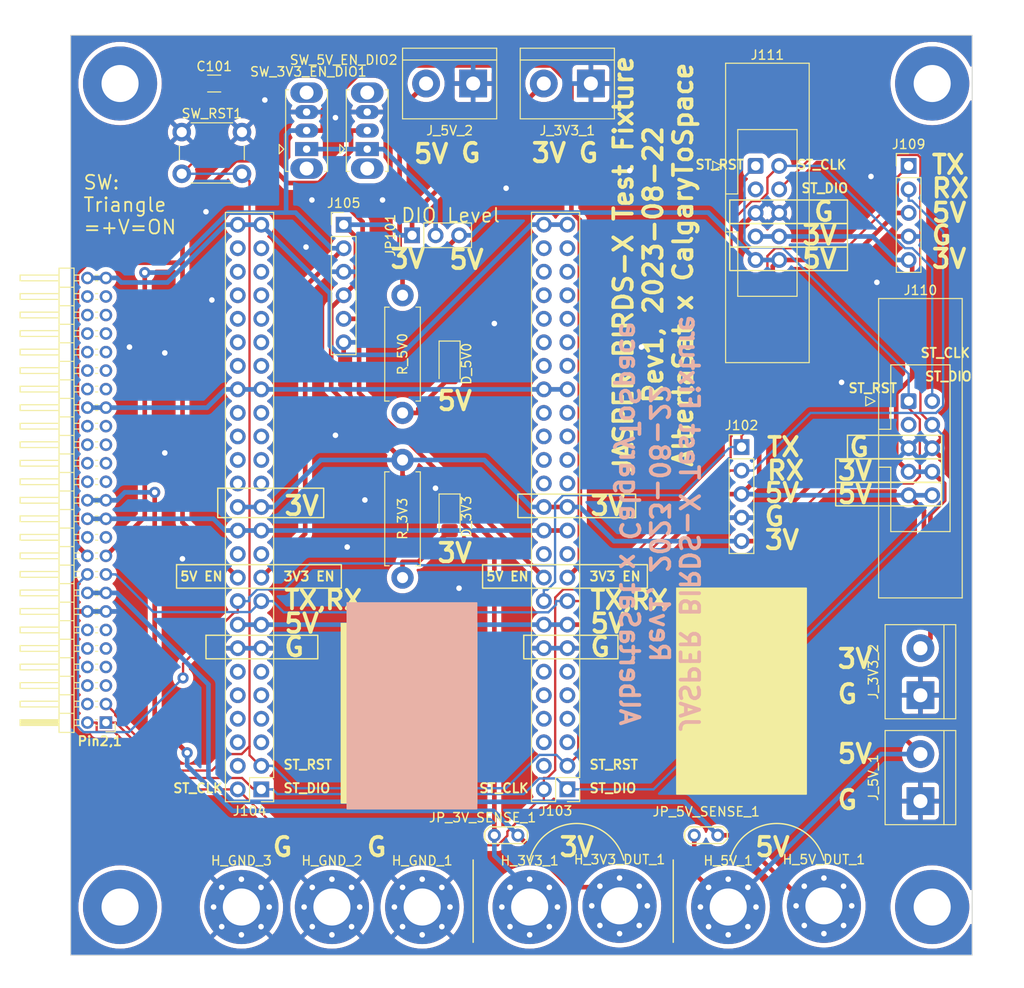
<source format=kicad_pcb>
(kicad_pcb (version 20221018) (generator pcbnew)
  (layers (0 "F.Cu" signal) (31 "B.Cu" signal) (34 "B.Paste" user) (35 "F.Paste" user) (36 "B.SilkS" user "B.Silkscreen") (37 "F.SilkS" user "F.Silkscreen") (38 "B.Mask" user) (39 "F.Mask" user) (44 "Edge.Cuts" user))
  (net 0 "")
  (net 1 "ST_RST")
  (net 2 "GND")
  (net 3 "SUP_3V3_2")
  (net 4 "SUP_5V0")
  (net 5 "ST_SWDIO")
  (net 6 "ST_SWDCLK")
  (net 16 "/UART_RX_BOSS_TO_JASPER")
  (net 17 "/UART_TX_JASPER_TO_BOSS")
  (net 18 "DIO1_3V3_EN_FROM_BOSS")
  (net 19 "DIO2_5V_EN_FROM_BOSS")
  (net 22 "SUP_UNREG_1")
  (net 31 "SUP_UNREG_2")
  (net 44 "SUP_3V3_1")
  (net 109 "Net-(JP101-C)")
  (net 110 "Net-(D_3V3-A)")
  (net 111 "Net-(D_5V0-A)")
  (net 112 "/3V3_DUT")
  (net 113 "/5V_DUT")
  (footprint "Button_Switch_THT:SW_PUSH_6mm" (layer "F.Cu") (at 88.19 48.55)
    (fp_text reference "SW_RST1")
    (fp_text value "SW_Push")
  )
  (footprint "MountingHole:MountingHole_4mm_Pad_Via" (layer "F.Cu") (at 94.6253 132.207)
    (fp_text reference "H_GND_3")
    (fp_text value "MountingHole_Pad")
  )
  (footprint "Button_Switch_THT:SW_Slide_1P2T_CK_OS102011MS2Q" (layer "F.Cu") (at 108.204 50.387 90)
    (fp_text reference "SW_5V_EN_DIO2")
    (fp_text value "SW_SPDT")
  )
  (footprint "Connector_PinHeader_2.54mm:PinHeader_2x25_P2.54mm_Vertical" (layer "F.Cu") (at 96.774 119.507 180)
    (fp_text reference "J104")
    (fp_text value "~")
  )
  (footprint "TerminalBlock:TerminalBlock_bornier-2_P5.08mm" (layer "F.Cu") (at 119.634 43.307 180)
    (fp_text reference "J_5V_2")
    (fp_text value "Screw_Terminal_01x02")
  )
  (footprint "Connector_PinHeader_2.54mm:PinHeader_1x05_P2.54mm_Vertical" (layer "F.Cu") (at 148.59 82.55)
    (fp_text reference "J102")
    (fp_text value "Conn_01x05")
  )
  (footprint "TestPoint:TestPoint_2Pads_Pitch2.54mm_Drill0.8mm" (layer "F.Cu") (at 124.46 124.46 180)
    (fp_text reference "JP_3V_SENSE_1")
    (fp_text value "Jumper_2_Bridged")
  )
  (footprint "MountingHole:MountingHole_4mm_Pad_Via" (layer "F.Cu") (at 104.394 132.207)
    (fp_text reference "H_GND_2")
    (fp_text value "MountingHole_Pad")
  )
  (footprint "MountingHole:MountingHole_4mm_Pad_Via" (layer "F.Cu") (at 135.43 132.08)
    (fp_text reference "H_3V3_DUT_1")
    (fp_text value "MountingHole_Pad")
  )
  (footprint "Connector_PinHeader_2.54mm:PinHeader_2x25_P2.54mm_Vertical" (layer "F.Cu") (at 129.799 119.502 180)
    (fp_text reference "J103")
    (fp_text value "~")
  )
  (footprint "Resistor_THT:R_Axial_DIN0411_L9.9mm_D3.6mm_P12.70mm_Horizontal" (layer "F.Cu") (at 112.014 83.947 -90)
    (fp_text reference "R_3V3")
    (fp_text value "1k")
  )
  (footprint "LED_SMD:LED_1206_3216Metric_Pad1.42x1.75mm_HandSolder" (layer "F.Cu") (at 117.094 90.0795 -90)
    (fp_text reference "D_3V3")
    (fp_text value "LED")
  )
  (footprint "MountingHole:MountingHole_4mm_Pad_Via" (layer "F.Cu") (at 147.1553 132.207)
    (fp_text reference "H_5V_1")
    (fp_text value "MountingHole_Pad")
  )
  (footprint "Connector_PinHeader_2.54mm:PinHeader_1x05_P2.54mm_Vertical" (layer "F.Cu") (at 166.624 52.197)
    (fp_text reference "J109")
    (fp_text value "Conn_01x05")
  )
  (footprint "Resistor_THT:R_Axial_DIN0411_L9.9mm_D3.6mm_P12.70mm_Horizontal" (layer "F.Cu") (at 112.014 66.167 -90)
    (fp_text reference "R_5V0")
    (fp_text value "2.2k")
  )
  (footprint "Connector_IDC:IDC-Header_2x05_P2.54mm_Latch_Vertical" (layer "F.Cu") (at 166.624 77.597)
    (fp_text reference "J110")
    (fp_text value "Conn_02x05_Odd_Even")
  )
  (footprint "LED_SMD:LED_1206_3216Metric_Pad1.42x1.75mm_HandSolder" (layer "F.Cu") (at 117.094 73.5695 -90)
    (fp_text reference "D_5V0")
    (fp_text value "LED")
  )
  (footprint "MountingHole:MountingHole_4mm_Pad_Via" (layer "F.Cu") (at 114.1353 132.207)
    (fp_text reference "H_GND_1")
    (fp_text value "MountingHole_Pad")
  )
  (footprint "Button_Switch_THT:SW_Slide_1P2T_CK_OS102011MS2Q" (layer "F.Cu") (at 101.664 50.387 90)
    (fp_text reference "SW_3V3_EN_DIO1")
    (fp_text value "SW_SPDT")
  )
  (footprint "TestPoint:TestPoint_2Pads_Pitch2.54mm_Drill0.8mm" (layer "F.Cu") (at 146.03 124.46 180)
    (fp_text reference "JP_5V_SENSE_1")
    (fp_text value "Jumper_2_Bridged")
  )
  (footprint "TerminalBlock:TerminalBlock_bornier-2_P5.08mm" (layer "F.Cu") (at 167.894 109.347 90)
    (fp_text reference "J_3V3_2")
    (fp_text value "Screw_Terminal_01x02")
  )
  (footprint "Connector_PinHeader_2.54mm:PinHeader_1x03_P2.54mm_Vertical" (layer "F.Cu") (at 113.045 59.69 90)
    (fp_text reference "JP101")
    (fp_text value "Jumper_3_Open")
  )
  (footprint "MountingHole:MountingHole_4mm_Pad" (layer "F.Cu") (at 81.534 132.207)
    (fp_text reference "H2" hide)
    (fp_text value "MountingHole")
  )
  (footprint "Connector_IDC:IDC-Header_2x05_P2.54mm_Latch_Vertical" (layer "F.Cu") (at 150.114 52.197)
    (fp_text reference "J111")
    (fp_text value "Conn_02x05_Odd_Even")
  )
  (footprint "Connector_PinHeader_2.54mm:PinHeader_1x06_P2.54mm_Vertical" (layer "F.Cu") (at 105.664 58.547)
    (fp_text reference "J105")
    (fp_text value "Conn_01x06")
  )
  (footprint "MountingHole:MountingHole_4mm_Pad" (layer "F.Cu") (at 169.164 43.307)
    (fp_text reference "H4" hide)
    (fp_text value "MountingHole")
  )
  (footprint "Capacitor_SMD:C_1206_3216Metric_Pad1.33x1.80mm_HandSolder" (layer "F.Cu") (at 91.694 43.307)
    (fp_text reference "C101")
    (fp_text value "100n")
  )
  (footprint "Connector_PinHeader_2.00mm:PinHeader_2x25_P2.00mm_Horizontal" (layer "F.Cu") (at 80.01 112.297 180)
    (fp_text reference "J101" hide)
    (fp_text value "LPC-50M2LG")
  )
  (footprint "TerminalBlock:TerminalBlock_bornier-2_P5.08mm" (layer "F.Cu") (at 132.334 43.307 180)
    (fp_text reference "J_3V3_1")
    (fp_text value "Screw_Terminal_01x02")
  )
  (footprint "TerminalBlock:TerminalBlock_bornier-2_P5.08mm" (layer "F.Cu") (at 167.894 120.777 90)
    (fp_text reference "J_5V_1")
    (fp_text value "Screw_Terminal_01x02")
  )
  (footprint "MountingHole:MountingHole_4mm_Pad" (layer "F.Cu") (at 81.534 43.307)
    (fp_text reference "H1" hide)
    (fp_text value "MountingHole")
  )
  (footprint "MountingHole:MountingHole_4mm_Pad" (layer "F.Cu") (at 169.164 132.207)
    (fp_text reference "H3" hide)
    (fp_text value "MountingHole")
  )
  (footprint "MountingHole:MountingHole_4mm_Pad_Via" (layer "F.Cu") (at 125.73 132.207)
    (fp_text reference "H_3V3_1")
    (fp_text value "MountingHole_Pad")
  )
  (footprint "MountingHole:MountingHole_4mm_Pad_Via" (layer "F.Cu") (at 157.48 132.08)
    (fp_text reference "H_5V_DUT_1")
    (fp_text value "MountingHole_Pad")
  )
  (gr_rect (start 106.045 121.6025) (end 120.015 99.3775) (stroke (width 0.15)) (fill solid) (layer "B.SilkS"))
  (gr_rect (start 87.63 95.25) (end 105.41 97.79) (stroke (width 0.15)) (fill none) (layer "F.SilkS"))
  (gr_rect (start 90.805 102.87) (end 102.87 105.41) (stroke (width 0.15)) (fill none) (layer "F.SilkS"))
  (gr_rect (start 147.32 55.88) (end 160.02 58.42) (stroke (width 0.15)) (fill none) (layer "F.SilkS"))
  (gr_rect (start 92.075 86.995) (end 103.505 90.17) (stroke (width 0.15)) (fill none) (layer "F.SilkS"))
  (gr_rect (start 160.02 81.28) (end 170.18 83.82) (stroke (width 0.15)) (fill none) (layer "F.SilkS"))
  (gr_rect (start 147.32 60.96) (end 160.02 63.5) (stroke (width 0.15)) (fill none) (layer "F.SilkS"))
  (gr_arc (start 125.73 127.156344) (mid 130.81 123.19) (end 135.89 127.156344) (stroke (width 0.15)) (layer "F.SilkS"))
  (gr_rect (start 120.65 95.25) (end 138.43 97.79) (stroke (width 0.15)) (fill none) (layer "F.SilkS"))
  (gr_rect (start 141.605 97.79) (end 155.575 120.015) (stroke (width 0.15)) (fill solid) (layer "F.SilkS"))
  (gr_rect (start 125.095 102.87) (end 135.255 105.41) (stroke (width 0.15)) (fill none) (layer "F.SilkS"))
  (gr_rect (start 124.46 87.63) (end 137.16 90.17) (stroke (width 0.15)) (fill none) (layer "F.SilkS"))
  (gr_rect (start 158.75 86.36) (end 170.18 88.9) (stroke (width 0.15)) (fill none) (layer "F.SilkS"))
  (gr_rect (start 105.41 101.6) (end 120.015 120.9675) (stroke (width 0.15)) (fill solid) (layer "F.SilkS"))
  (gr_rect (start 147.32 58.42) (end 160.02 60.96) (stroke (width 0.15)) (fill none) (layer "F.SilkS"))
  (gr_line (start 141.224 127.127) (end 141.224 136.017) (stroke (width 0.15)) (layer "F.SilkS"))
  (gr_rect (start 158.75 83.82) (end 170.18 86.36) (stroke (width 0.15)) (fill none) (layer "F.SilkS"))
  (gr_line (start 119.634 127.127) (end 119.634 136.017) (stroke (width 0.15)) (layer "F.SilkS"))
  (gr_arc (start 147.32 127.156344) (mid 152.4 123.19) (end 157.48 127.156344) (stroke (width 0.15)) (layer "F.SilkS"))
  (gr_rect (start 76.2 38.1) (end 173.482 137.414) (stroke (width 0.1)) (fill none) (layer "Edge.Cuts"))
  (gr_text "JASPER BIRDS-X Test Fixture\nRev1, 2023-08-22\nAlbertaSat x CalgaryToSpace" (at 139.7 90.805 -90) (layer "B.SilkS") (effects (font (size 2 2) (thickness 0.4) bold) (justify mirror)))
  (gr_text "3V" (at 99.06 88.9) (layer "F.SilkS") (effects (font (size 2 2) (thickness 0.4) bold) (justify left)))
  (gr_text "ST_DIO" (at 154.94 54.61) (layer "F.SilkS") (effects (font (size 1 1) (thickness 0.2) bold) (justify left)))
  (gr_text "ST_CLK" (at 125.73 119.38) (layer "F.SilkS") (effects (font (size 1 1) (thickness 0.2) bold) (justify right)))
  (gr_text "ST_RST" (at 160.02 76.2) (layer "F.SilkS") (effects (font (size 1 1) (thickness 0.2) bold) (justify left)))
  (gr_text "3V" (at 115.57 93.98) (layer "F.SilkS") (effects (font (size 2 2) (thickness 0.4) bold) (justify left)))
  (gr_text "TX" (at 168.91 52.07) (layer "F.SilkS") (effects (font (size 2 2) (thickness 0.4) bold) (justify left)))
  (gr_text "ST_RST" (at 132.08 116.84) (layer "F.SilkS") (effects (font (size 1 1) (thickness 0.2) bold) (justify left)))
  (gr_text "G" (at 168.91 59.69) (layer "F.SilkS") (effects (font (size 2 2) (thickness 0.4) bold) (justify left)))
  (gr_text "Pin2,1" (at 76.835 114.3) (layer "F.SilkS") (effects (font (size 1 1) (thickness 0.2) bold) (justify left)))
  (gr_text "5V" (at 99.06 101.6) (layer "F.SilkS") (effects (font (size 2 2) (thickness 0.4) bold) (justify left)))
  (gr_text "5V" (at 168.91 58.42) (layer "F.SilkS") (effects (font (size 2 2) (thickness 0.4) bold) (justify left bottom)))
  (gr_text "5V" (at 115.57 78.74) (layer "F.SilkS") (effects (font (size 2 2) (thickness 0.4) bold) (justify left bottom)))
  (gr_text "TX" (at 151.13 82.55) (layer "F.SilkS") (effects (font (size 2 2) (thickness 0.4) bold) (justify left)))
  (gr_text "ST_RST" (at 143.51 52.07) (layer "F.SilkS") (effects (font (size 1 1) (thickness 0.2) bold) (justify left)))
  (gr_text "G" (at 150.876 90.043) (layer "F.SilkS") (effects (font (size 2 2) (thickness 0.4) bold) (justify left)))
  (gr_text "JASPER BIRDS-X Test Fixture\nRev1, 2023-08-22\nAlbertaSat x CalgaryToSpace" (at 139.065 62.865 90) (layer "F.SilkS") (effects (font (size 2 2) (thickness 0.4) bold)))
  (gr_text "SW:\nTriangle\n=+V=ON" (at 77.47 59.69) (layer "F.SilkS") (effects (font (size 1.5 1.5) (thickness 0.1875)) (justify left bottom)))
  (gr_text "G" (at 158.75 109.22) (layer "F.SilkS") (effects (font (size 2 2) (thickness 0.4) bold) (justify left)))
  (gr_text "5V" (at 132.08 101.6) (layer "F.SilkS") (effects (font (size 2 2) (thickness 0.4) bold) (justify left)))
  (gr_text "ST_CLK" (at 173.355 72.39) (layer "F.SilkS") (effects (font (size 1 1) (thickness 0.2) bold) (justify right)))
  (gr_text "3V" (at 168.91 62.23) (layer "F.SilkS") (effects (font (size 2 2) (thickness 0.4) bold) (justify left)))
  (gr_text "3V" (at 132.08 88.9) (layer "F.SilkS") (effects (font (size 2 2) (thickness 0.4) bold) (justify left)))
  (gr_text "3V" (at 150.876 92.583) (layer "F.SilkS") (effects (font (size 2 2) (thickness 0.4) bold) (justify left)))
  (gr_text "5V EN" (at 125.73 96.52) (layer "F.SilkS") (effects (font (size 1 1) (thickness 0.2) bold) (justify right)))
  (gr_text "ST_CLK" (at 92.71 119.38) (layer "F.SilkS") (effects (font (size 1 1) (thickness 0.2) bold) (justify right)))
  (gr_text "3V" (at 130.81 125.73) (layer "F.SilkS") (effects (font (size 2 2) (thickness 0.4) bold)))
  (gr_text "DIO Level" (at 111.76 58.42) (layer "F.SilkS") (effects (font (size 1.5 1.5) (thickness 0.1875)) (justify left bottom)))
  (gr_text "G" (at 158.75 120.65) (layer "F.SilkS") (effects (font (size 2 2) (thickness 0.4) bold) (justify left)))
  (gr_text "G" (at 130.81 50.8) (layer "F.SilkS") (effects (font (size 2 2) (thickness 0.4) bold) (justify left)))
  (gr_text "G" (at 118.11 50.8) (layer "F.SilkS") (effects (font (size 2 2) (thickness 0.4) bold) (justify left)))
  (gr_text "ST_RST" (at 99.06 116.84) (layer "F.SilkS") (effects (font (size 1 1) (thickness 0.2) bold) (justify left)))
  (gr_text "3V" (at 125.73 50.8) (layer "F.SilkS") (effects (font (size 2 2) (thickness 0.4) bold) (justify left)))
  (gr_text "3V" (at 158.75 85.09) (layer "F.SilkS") (effects (font (size 2 2) (thickness 0.4) bold) (justify left)))
  (gr_text "3V" (at 154.94 59.69) (layer "F.SilkS") (effects (font (size 2 2) (thickness 0.4) bold) (justify left)))
  (gr_text "5V" (at 150.876 87.503) (layer "F.SilkS") (effects (font (size 2 2) (thickness 0.4) bold) (justify left)))
  (gr_text "G" (at 109.22 125.73) (layer "F.SilkS") (effects (font (size 2 2) (thickness 0.4) bold)))
  (gr_text "ST_DIO" (at 132.08 119.38) (layer "F.SilkS") (effects (font (size 1 1) (thickness 0.2) bold) (justify left)))
  (gr_text "5V" (at 158.75 87.63) (layer "F.SilkS") (effects (font (size 2 2) (thickness 0.4) bold) (justify left)))
  (gr_text "TX,RX" (at 99.06 99.06) (layer "F.SilkS") (effects (font (size 2 2) (thickness 0.4) bold) (justify left)))
  (gr_text "5V" (at 116.84 63.5) (layer "F.SilkS") (effects (font (size 2 2) (thickness 0.4) bold) (justify left bottom)))
  (gr_text "RX" (at 151.13 85.09) (layer "F.SilkS") (effects (font (size 2 2) (thickness 0.4) bold) (justify left)))
  (gr_text "5V" (at 149.86 125.73) (layer "F.SilkS") (effects (font (size 2 2) (thickness 0.4) bold) (justify left)))
  (gr_text "3V3 EN" (at 132.08 96.52) (layer "F.SilkS") (effects (font (size 1 1) (thickness 0.2) bold) (justify left)))
  (gr_text "3V3 EN" (at 99.06 96.52) (layer "F.SilkS") (effects (font (size 1 1) (thickness 0.2) bold) (justify left)))
  (gr_text "ST_CLK" (at 160.02 52.07) (layer "F.SilkS") (effects (font (size 1 1) (thickness 0.2) bold) (justify right)))
  (gr_text "5V" (at 154.94 62.23) (layer "F.SilkS") (effects (font (size 2 2) (thickness 0.4) bold) (justify left)))
  (gr_text "G" (at 132.08 104.14) (layer "F.SilkS") (effects (font (size 2 2) (thickness 0.4) bold) (justify left)))
  (gr_text "G" (at 99.06 125.73) (layer "F.SilkS") (effects (font (size 2 2) (thickness 0.4) bold)))
  (gr_text "G" (at 160.02 82.55) (layer "F.SilkS") (effects (font (size 2 2) (thickness 0.4) bold) (justify left)))
  (gr_text "3V" (at 158.75 105.41) (layer "F.SilkS") (effects (font (size 2 2) (thickness 0.4) bold) (justify left)))
  (gr_text "TX,RX" (at 132.08 99.06) (layer "F.SilkS") (effects (font (size 2 2) (thickness 0.4) bold) (justify left)))
  (gr_text "3V" (at 110.49 62.23) (layer "F.SilkS") (effects (font (size 2 2) (thickness 0.4) bold) (justify left)))
  (gr_text "5V" (at 113.03 52.07) (layer "F.SilkS") (effects (font (size 2 2) (thickness 0.4) bold) (justify left bottom)))
  (gr_text "RX" (at 168.91 54.61) (layer "F.SilkS") (effects (font (size 2 2) (thickness 0.4) bold) (justify left)))
  (gr_text "G" (at 156.21 57.15) (layer "F.SilkS") (effects (font (size 2 2) (thickness 0.4) bold) (justify left)))
  (gr_text "ST_DIO" (at 168.275 74.93) (layer "F.SilkS") (effects (font (size 1 1) (thickness 0.2) bold) (justify left)))
  (gr_text "ST_DIO" (at 99.06 119.38) (layer "F.SilkS") (effects (font (size 1 1) (thickness 0.2) bold) (justify left)))
  (gr_text "5V EN" (at 92.71 96.52) (layer "F.SilkS") (effects (font (size 1 1) (thickness 0.2) bold) (justify right)))
  (gr_text "G" (at 99.06 104.14) (layer "F.SilkS") (effects (font (size 2 2) (thickness 0.4) bold) (justify left)))
  (gr_text "5V" (at 158.75 116.84) (layer "F.SilkS") (effects (font (size 2 2) (thickness 0.4) bold) (justify left bottom)))
  (segment (start 81.01 111.297) (end 81.01 111.49) (width 0.25) (layer "F.Cu") (net 1))
  (segment (start 91.44 117.475) (end 93.2179 115.6971) (width 0.25) (layer "F.Cu") (net 1))
  (segment (start 96.774 116.967) (end 96.52 116.713) (width 0.25) (layer "F.Cu") (net 1))
  (segment (start 94.69 53.05) (end 95.504 53.864) (width 0.25) (layer "F.Cu") (net 1))
  (segment (start 95.504 115.824) (end 95.504 114.8527) (width 0.25) (layer "F.Cu") (net 1))
  (segment (start 167.0809 86.487) (end 167.8287 85.7392) (width 0.25) (layer "F.Cu") (net 1))
  (segment (start 86.995 117.475) (end 91.44 117.475) (width 0.25) (layer "F.Cu") (net 1))
  (segment (start 157.988 86.487) (end 167.0809 86.487) (width 0.25) (layer "F.Cu") (net 1))
  (segment (start 96.52 116.713) (end 96.393 116.713) (width 0.25) (layer "F.Cu") (net 1))
  (segment (start 167.8287 85.7392) (end 167.8287 79.559) (width 0.25) (layer "F.Cu") (net 1))
  (segment (start 90.1315 51.1085) (end 88.19 53.05) (width 0.25) (layer "F.Cu") (net 1))
  (segment (start 166.624 78.3543) (end 166.624 77.597) (width 0.25) (layer "F.Cu") (net 1))
  (segment (start 94.6596 115.6971) (end 95.504 114.8527) (width 0.25) (layer "F.Cu") (net 1))
  (segment (start 81.01 111.49) (end 86.995 117.475) (width 0.25) (layer "F.Cu") (net 1))
  (segment (start 167.8287 79.559) (end 166.624 78.3543) (width 0.25) (layer "F.Cu") (net 1))
  (segment (start 95.504 53.864) (end 95.504 114.8527) (width 0.25) (layer "F.Cu") (net 1))
  (segment (start 80.01 110.297) (end 81.01 111.297) (width 0.25) (layer "F.Cu") (net 1))
  (segment (start 130.974 115.787) (end 130.974 113.501) (width 0.25) (layer "F.Cu") (net 1))
  (segment (start 129.799 116.962) (end 130.974 115.787) (width 0.25) (layer "F.Cu") (net 1))
  (segment (start 90.1315 43.307) (end 90.1315 51.1085) (width 0.25) (layer "F.Cu") (net 1))
  (segment (start 130.974 113.501) (end 157.988 86.487) (width 0.25) (layer "F.Cu") (net 1))
  (segment (start 93.2179 115.6971) (end 94.6596 115.6971) (width 0.25) (layer "F.Cu") (net 1))
  (segment (start 96.393 116.713) (end 95.504 115.824) (width 0.25) (layer "F.Cu") (net 1))
  (segment (start 148.9083 60.3055) (end 149.5967 60.9939) (width 0.25) (layer "B.Cu") (net 1))
  (segment (start 152.9645 60.9939) (end 166.624 74.6534) (width 0.25) (layer "B.Cu") (net 1))
  (segment (start 88.19 53.05) (end 94.69 53.05) (width 0.25) (layer "B.Cu") (net 1))
  (segment (start 128.624 115.787) (end 129.799 116.962) (width 0.25) (layer "B.Cu") (net 1))
  (segment (start 126.772299 115.787) (end 128.624 115.787) (width 0.25) (layer "B.Cu") (net 1))
  (segment (start 97.999 116.967) (end 100.412 119.38) (width 0.25) (layer "B.Cu") (net 1))
  (segment (start 149.5967 60.9939) (end 152.9645 60.9939) (width 0.25) (layer "B.Cu") (net 1))
  (segment (start 100.412 119.38) (end 123.179299 119.38) (width 0.25) (layer "B.Cu") (net 1))
  (segment (start 96.774 116.967) (end 97.999 116.967) (width 0.25) (layer "B.Cu") (net 1))
  (segment (start 148.9083 53.4027) (end 148.9083 60.3055) (width 0.25) (layer "B.Cu") (net 1))
  (segment (start 166.624 74.6534) (end 166.624 77.597) (width 0.25) (layer "B.Cu") (net 1))
  (segment (start 123.179299 119.38) (end 126.772299 115.787) (width 0.25) (layer "B.Cu") (net 1))
  (segment (start 150.114 52.197) (end 148.9083 53.4027) (width 0.25) (layer "B.Cu") (net 1))
  (segment (start 117.094 88.592) (end 117.094 88.519) (width 0.5) (layer "F.Cu") (net 2))
  (segment (start 117.094 88.519) (end 115.57 86.995) (width 0.5) (layer "F.Cu") (net 2))
  (via (at 123.19 54.61) (size 1.2) (drill 0.6) (layers "F.Cu" "B.Cu") (net 2))
  (via (at 97.155 45.085) (size 1.2) (drill 0.6) (layers "F.Cu" "B.Cu") (net 2))
  (via (at 163.195 64.77) (size 1.2) (drill 0.6) (layers "F.Cu" "B.Cu") (net 2))
  (via (at 136.525 52.705) (size 1.2) (drill 0.6) (layers "F.Cu" "B.Cu") (net 2))
  (via (at 82.55 71.755) (size 1.2) (drill 0.6) (layers "F.Cu" "B.Cu") (net 2))
  (via (at 86.36 72.39) (size 1.2) (drill 0.6) (layers "F.Cu" "B.Cu") (net 2))
  (via (at 88.265 94.615) (size 1.2) (drill 0.6) (layers "F.Cu" "B.Cu") (net 2))
  (via (at 104.775 46.99) (size 1.2) (drill 0.6) (layers "F.Cu" "B.Cu") (net 2))
  (via (at 102.235 55.88) (size 1.2) (drill 0.6) (layers "F.Cu" "B.Cu") (net 2))
  (via (at 91.44 66.675) (size 1.2) (drill 0.6) (layers "F.Cu" "B.Cu") (net 2))
  (via (at 162.56 53.34) (size 1.2) (drill 0.6) (layers "F.Cu" "B.Cu") (net 2))
  (via (at 159.385 75.565) (size 1.2) (drill 0.6) (layers "F.Cu" "B.Cu") (net 2))
  (via (at 86.36 83.185) (size 1.2) (drill 0.6) (layers "F.Cu" "B.Cu") (net 2))
  (via (at 137.795 71.755) (size 1.2) (drill 0.6) (layers "F.Cu" "B.Cu") (net 2))
  (via (at 121.92 69.215) (size 1.2) (drill 0.6) (layers "F.Cu" "B.Cu") (net 2))
  (via (at 90.805 57.15) (size 1.2) (drill 0.6) (layers "F.Cu" "B.Cu") (net 2))
  (via (at 109.855 55.88) (size 1.2) (drill 0.6) (layers "F.Cu" "B.Cu") (net 2))
  (via (at 107.95 88.265) (size 1.2) (drill 0.6) (layers "F.Cu" "B.Cu") (net 2))
  (via (at 115.57 86.995) (size 1.2) (drill 0.6) (layers "F.Cu" "B.Cu") (net 2))
  (via (at 104.775 81.28) (size 1.2) (drill 0.6) (layers "F.Cu" "B.Cu") (net 2))
  (via (at 101.6 60.96) (size 1.2) (drill 0.6) (layers "F.Cu" "B.Cu") (net 2))
  (via (at 118.11 97.79) (size 1.2) (drill 0.6) (layers "F.Cu" "B.Cu") (net 2))
  (via (at 106.045 93.345) (size 1.2) (drill 0.6) (layers "F.Cu" "B.Cu") (net 2))
  (segment (start 116.471 90.0795) (end 112.014 85.6225) (width 0.5) (layer "F.Cu") (net 3))
  (segment (start 127.259 89.022) (end 129.799 89.022) (width 0.5) (layer "F.Cu") (net 3))
  (segment (start 104.3145 76.2475) (end 112.014 83.947) (width 0.5) (layer "F.Cu") (net 3))
  (segment (start 106.6249 65.2039) (end 106.6249 65.2061) (width 0.5) (layer "F.Cu") (net 3))
  (segment (start 104.3145 67.5165) (end 104.3145 76.2475) (width 0.5) (layer "F.Cu") (net 3))
  (segment (start 112.014 85.6225) (end 112.014 83.947) (width 0.5) (layer "F.Cu") (net 3))
  (segment (start 106.6249 65.2061) (end 105.664 66.167) (width 0.5) (layer "F.Cu") (net 3))
  (segment (start 167.894 104.267) (end 168.975 103.186) (width 0.5) (layer "F.Cu") (net 3))
  (segment (start 168.975 89.784478) (end 170.464 88.295478) (width 0.5) (layer "F.Cu") (net 3))
  (segment (start 126.6087 134.3283) (end 125.73 135.207) (width 0.5) (layer "F.Cu") (net 3))
  (segment (start 122.73 130.9644) (end 122.73 132.207) (width 0.5) (layer "F.Cu") (net 3))
  (segment (start 148.59 92.71) (end 149.94 92.71) (width 0.5) (layer "F.Cu") (net 3))
  (segment (start 122.73 133.4496) (end 122.73 132.207) (width 0.5) (layer "F.Cu") (net 3))
  (segment (start 126.6087 133.0857) (end 125.73 132.207) (width 0.5) (layer "F.Cu") (net 3))
  (segment (start 105.664 66.167) (end 104.3145 67.5165) (width 0.5) (layer "F.Cu") (net 3))
  (segment (start 168.975 103.186) (end 168.975 89.784478) (width 0.5) (layer "F.Cu") (net 3))
  (segment (start 127.254 43.307) (end 113.045 57.516) (width 0.5) (layer "F.Cu") (net 3))
  (segment (start 123.6087 130.0857) (end 122.73 130.9644) (width 0.5) (layer "F.Cu") (net 3))
  (segment (start 127.8513 134.3283) (end 126.6087 134.3283) (width 0.5) (layer "F.Cu") (net 3))
  (segment (start 106.9767 64.8521) (end 106.6249 65.2039) (width 0.5) (layer "F.Cu") (net 3))
  (segment (start 105.664 58.547) (end 106.9752 59.8582) (width 0.5) (layer "F.Cu") (net 3))
  (segment (start 127.8513 133.0857) (end 127.8513 134.3283) (width 0.5) (layer "F.Cu") (net 3))
  (segment (start 128.73 132.207) (end 127.8513 131.3283) (width 0.5) (layer "F.Cu") (net 3))
  (segment (start 121.92 124.46) (end 121.92 94.253) (width 0.5) (layer "F.Cu") (net 3))
  (segment (start 128.73 132.207) (end 127.8513 133.0857) (width 0.5) (layer "F.Cu") (net 3))
  (segment (start 170.464 86.517) (end 169.164 85.217) (width 0.5) (layer "F.Cu") (net 3))
  (segment (start 106.9752 59.8582) (end 106.9752 60.0622) (width 0.5) (layer "F.Cu") (net 3))
  (segment (start 121.92 94.253) (end 117.7465 90.0795) (width 0.5) (layer "F.Cu") (net 3))
  (segment (start 158.7777 83.8723) (end 165.2793 83.8723) (width 0.5) (layer "F.Cu") (net 3))
  (segment (start 149.94 92.71) (end 158.7777 83.8723) (width 0.5) (layer "F.Cu") (net 3))
  (segment (start 126.6087 134.3283) (end 126.6087 133.0857) (width 0.5) (layer "F.Cu") (net 3))
  (segment (start 166.624 85.217) (end 165.2793 83.8723) (width 0.5) (layer "F.Cu") (net 3))
  (segment (start 127.8513 131.3283) (end 127.8513 130.0857) (width 0.5) (layer "F.Cu") (net 3))
  (segment (start 167.005 62.738) (end 166.624 62.357) (width 0.5) (layer "F.Cu") (net 3))
  (segment (start 106.9767 60.0637) (end 106.9767 64.8521) (width 0.5) (layer "F.Cu") (net 3))
  (segment (start 165.2793 83.8723) (end 165.2793 76.751751) (width 0.5) (layer "F.Cu") (net 3))
  (segment (start 170.464 88.295478) (end 170.464 86.517) (width 0.5) (layer "F.Cu") (net 3))
  (segment (start 123.6087 134.3283) (end 122.73 133.4496) (width 0.5) (layer "F.Cu") (net 3))
  (segment (start 113.045 57.516) (end 113.045 59.69) (width 0.5) (layer "F.Cu") (net 3))
  (segment (start 167.005 75.026051) (end 167.005 62.738) (width 0.5) (layer "F.Cu") (net 3))
  (segment (start 117.7465 90.0795) (end 116.471 90.0795) (width 0.5) (layer "F.Cu") (net 3))
  (segment (start 165.2793 76.751751) (end 167.005 75.026051) (width 0.5) (layer "F.Cu") (net 3))
  (segment (start 106.9752 60.0622) (end 106.9767 60.0637) (width 0.5) (layer "F.Cu") (net 3))
  (segment (start 121.92 126.6396) (end 124.4874 129.207) (width 0.5) (layer "B.Cu") (net 3))
  (segment (start 125.73 129.207) (end 124.4874 129.207) (width 0.5) (layer "B.Cu") (net 3))
  (segment (start 94.234 89.027) (end 96.774 89.027) (width 0.5) (layer "B.Cu") (net 3))
  (segment (start 126.6087 130.0857) (end 125.73 129.207) (width 0.5) (layer "B.Cu") (net 3))
  (segment (start 125.909 89.022) (end 120.834 83.947) (width 0.5) (layer "B.Cu") (net 3))
  (segment (start 148.59 92.71) (end 134.837 92.71) (width 0.5) (layer "B.Cu") (net 3))
  (segment (start 124.4874 129.207) (end 123.6087 130.0857) (width 0.5) (layer "B.Cu") (net 3))
  (segment (start 103.204 83.947) (end 98.124 89.027) (width 0.5) (layer "B.Cu") (net 3))
  (segment (start 112.014 83.947) (end 103.204 83.947) (width 0.5) (layer "B.Cu") (net 3))
  (segment (start 127.8513 130.0857) (end 126.6087 130.0857) (width 0.5) (layer "B.Cu") (net 3))
  (segment (start 134.837 92.71) (end 131.149 89.022) (width 0.5) (layer "B.Cu") (net 3))
  (segment (start 169.164 85.217) (end 166.624 85.217) (width 0.5) (layer "B.Cu") (net 3))
  (segment (start 165.274 62.357) (end 162.734 59.817) (width 0.5) (layer "B.Cu") (net 3))
  (segment (start 162.734 59.817) (end 152.654 59.817) (width 0.5) (layer "B.Cu") (net 3))
  (segment (start 110.552 58.547) (end 111.695 59.69) (width 0.5) (layer "B.Cu") (net 3))
  (segment (start 121.92 124.46) (end 121.92 126.6396) (width 0.5) (layer "B.Cu") (net 3))
  (segment (start 152.654 59.817) (end 150.114 59.817) (width 0.5) (layer "B.Cu") (net 3))
  (segment (start 166.624 62.357) (end 165.274 62.357) (width 0.5) (layer "B.Cu") (net 3))
  (segment (start 127.259 89.022) (end 125.909 89.022) (width 0.5) (layer "B.Cu") (net 3))
  (segment (start 113.045 59.69) (end 111.695 59.69) (width 0.5) (layer "B.Cu") (net 3))
  (segment (start 120.834 83.947) (end 112.014 83.947) (width 0.5) (layer "B.Cu") (net 3))
  (segment (start 105.664 58.547) (end 110.552 58.547) (width 0.5) (layer "B.Cu") (net 3))
  (segment (start 96.774 89.027) (end 98.124 89.027) (width 0.5) (layer "B.Cu") (net 3))
  (segment (start 129.799 89.022) (end 131.149 89.022) (width 0.5) (layer "B.Cu") (net 3))
  (segment (start 163.83 102.87) (end 168.275 98.425) (width 0.5) (layer "F.Cu") (net 4))
  (segment (start 167.894 115.697) (end 163.83 111.633) (width 0.5) (layer "F.Cu") (net 4))
  (segment (start 150.495 85.725) (end 148.59 87.63) (width 0.5) (layer "F.Cu") (net 4))
  (segment (start 131.958 101.722) (end 146.05 87.63) (width 0.5) (layer "F.Cu") (net 4))
  (segment (start 112.014 64.2356) (end 112.014 66.167) (width 0.5) (layer "F.Cu") (net 4))
  (segment (start 149.2766 130.0857) (end 150.1553 130.9644) (width 0.5) (layer "F.Cu") (net 4))
  (segment (start 152.654 62.357) (end 151.959 63.052) (width 0.5) (layer "F.Cu") (net 4))
  (segment (start 118.125 59.69) (end 113.5794 64.2356) (width 0.5) (layer "F.Cu") (net 4))
  (segment (start 129.799 101.722) (end 131.958 101.722) (width 0.5) (layer "F.Cu") (net 4))
  (segment (start 144.1553 132.207) (end 145.034 133.0857) (width 0.5) (layer "F.Cu") (net 4))
  (segment (start 145.9127 132.207) (end 145.034 133.0857) (width 0.5) (layer "F.Cu") (net 4))
  (segment (start 147.1553 132.207) (end 145.9127 132.207) (width 0.5) (layer "F.Cu") (net 4))
  (segment (start 151.959 78.769172) (end 150.495 80.233172) (width 0.5) (layer "F.Cu") (net 4))
  (segment (start 113.5794 64.2356) (end 112.014 64.2356) (width 0.5) (layer "F.Cu") (net 4))
  (segment (start 150.1553 130.9644) (end 150.1553 132.207) (width 0.5) (layer "F.Cu") (net 4))
  (segment (start 152.654 62.357) (end 160.194 62.357) (width 0.5) (layer "F.Cu") (net 4))
  (segment (start 145.034 130.0857) (end 143.49 128.5417) (width 0.5) (layer "F.Cu") (net 4))
  (segment (start 166.624 57.277) (end 165.274 57.277) (width 0.5) (layer "F.Cu") (net 4))
  (segment (start 149.2766 134.3283) (end 150.1553 133.4496) (width 0.5) (layer "F.Cu") (net 4))
  (segment (start 143.49 128.5417) (end 143.49 124.46) (width 0.5) (layer "F.Cu") (net 4))
  (segment (start 150.495 80.233172) (end 150.495 85.725) (width 0.5) (layer "F.Cu") (net 4))
  (segment (start 168.275 98.425) (end 168.275 89.408) (width 0.5) (layer "F.Cu") (net 4))
  (segment (start 150.1553 133.4496) (end 150.1553 132.207) (width 0.5) (layer "F.Cu") (net 4))
  (segment (start 111.7006 63.9222) (end 111.7006 46.1604) (width 0.5) (layer "F.Cu") (net 4))
  (segment (start 168.275 89.408) (end 166.624 87.757) (width 0.5) (layer "F.Cu") (net 4))
  (segment (start 163.83 111.633) (end 163.83 102.87) (width 0.5) (layer "F.Cu") (net 4))
  (segment (start 112.014 64.2356) (end 111.7006 63.9222) (width 0.5) (layer "F.Cu") (net 4))
  (segment (start 146.05 87.63) (end 148.59 87.63) (width 0.5) (layer "F.Cu") (net 4))
  (segment (start 160.194 62.357) (end 165.274 57.277) (width 0.5) (layer "F.Cu") (net 4))
  (segment (start 111.7006 46.1604) (end 114.554 43.307) (width 0.5) (layer "F.Cu") (net 4))
  (segment (start 144.1553 130.9644) (end 144.1553 132.207) (width 0.5) (layer "F.Cu") (net 4))
  (segment (start 145.034 130.0857) (end 144.1553 130.9644) (width 0.5) (layer "F.Cu") (net 4))
  (segment (start 151.959 63.052) (end 151.959 78.769172) (width 0.5) (layer "F.Cu") (net 4))
  (segment (start 145.034 133.0857) (end 145.034 134.3283) (width 0.5) (layer "F.Cu") (net 4))
  (segment (start 145.9127 129.207) (end 145.034 130.0857) (width 0.5) (layer "B.Cu") (net 4))
  (segment (start 118.125 59.69) (end 119.475 59.69) (width 0.5) (layer "B.Cu") (net 4))
  (segment (start 167.894 115.697) (end 163.6653 115.697) (width 0.5) (layer "B.Cu") (net 4))
  (segment (start 98.129 101.722) (end 98.124 101.727) (width 0.5) (layer "B.Cu") (net 4))
  (segment (start 150.067 87.757) (end 149.94 87.63) (width 0.5) (layer "B.Cu") (net 4))
  (segment (start 148.59 87.63) (end 149.94 87.63) (width 0.5) (layer "B.Cu") (net 4))
  (segment (start 119.475 59.69) (end 121.9306 57.2344) (width 0.5) (layer "B.Cu") (net 4))
  (segment (start 147.1553 129.207) (end 145.9127 129.207) (width 0.5) (layer "B.Cu") (net 4))
  (segment (start 94.234 101.727) (end 96.774 101.727) (width 0.5) (layer "B.Cu") (net 4))
  (segment (start 144.9914 57.2344) (end 150.114 62.357) (width 0.5) (layer "B.Cu") (net 4))
  (segment (start 149.2766 134.3283) (end 148.034 134.3283) (width 0.5) (layer "B.Cu") (net 4))
  (segment (start 163.6653 115.697) (end 149.2766 130.0857) (width 0.5) (layer "B.Cu") (net 4))
  (segment (start 166.624 87.757) (end 150.067 87.757) (width 0.5) (layer "B.Cu") (net 4))
  (segment (start 96.774 101.727) (end 98.124 101.727) (width 0.5) (layer "B.Cu") (net 4))
  (segment (start 129.799 101.722) (end 127.259 101.722) (width 0.5) (layer "B.Cu") (net 4))
  (segment (start 127.259 101.722) (end 98.129 101.722) (width 0.5) (layer "B.Cu") (net 4))
  (segment (start 149.2766 130.0857) (end 148.3979 129.207) (width 0.5) (layer "B.Cu") (net 4))
  (segment (start 148.3979 129.207) (end 147.1553 129.207) (width 0.5) (layer "B.Cu") (net 4))
  (segment (start 121.9306 57.2344) (end 144.9914 57.2344) (width 0.5) (layer "B.Cu") (net 4))
  (segment (start 152.654 62.357) (end 150.114 62.357) (width 0.5) (layer "B.Cu") (net 4))
  (segment (start 148.034 134.3283) (end 147.1553 135.207) (width 0.5) (layer "B.Cu") (net 4))
  (segment (start 169.164 87.757) (end 166.624 87.757) (width 0.5) (layer "B.Cu") (net 4))
  (segment (start 152.654 54.737) (end 156.3709 51.0201) (width 0.25) (layer "F.Cu") (net 5))
  (segment (start 167.8945 51.3014) (end 167.8945 78.8675) (width 0.25) (layer "F.Cu") (net 5))
  (segment (start 95.885 119.38) (end 95.8049 119.38) (width 0.25) (layer "F.Cu") (net 5))
  (segment (start 96.012 119.507) (end 95.885 119.38) (width 0.25) (layer "F.Cu") (net 5))
  (segment (start 156.3709 51.0201) (end 167.6132 51.0201) (width 0.25) (layer "F.Cu") (net 5))
  (segment (start 87.0435 118.2805) (end 81.06 112.297) (width 0.25) (layer "F.Cu") (net 5))
  (segment (start 167.8945 78.8675) (end 169.164 80.137) (width 0.25) (layer "F.Cu") (net 5))
  (segment (start 94.7054 118.2805) (end 87.0435 118.2805) (width 0.25) (layer "F.Cu") (net 5))
  (segment (start 95.8049 119.38) (end 94.7054 118.2805) (width 0.25) (layer "F.Cu") (net 5))
  (segment (start 167.6132 51.0201) (end 167.8945 51.3014) (width 0.25) (layer "F.Cu") (net 5))
  (segment (start 81.06 112.297) (end 80.01 112.297) (width 0.25) (layer "F.Cu") (net 5))
  (segment (start 96.774 119.507) (end 96.012 119.507) (width 0.25) (layer "F.Cu") (net 5))
  (segment (start 139.1013 119.502) (end 170.358 88.2453) (width 0.25) (layer "B.Cu") (net 5))
  (segment (start 98.507 120.015) (end 125.084299 120.015) (width 0.25) (layer "B.Cu") (net 5))
  (segment (start 128.624 118.327) (end 129.799 119.502) (width 0.25) (layer "B.Cu") (net 5))
  (segment (start 170.358 81.331) (end 169.164 80.137) (width 0.25) (layer "B.Cu") (net 5))
  (segment (start 125.084299 120.015) (end 126.772299 118.327) (width 0.25) (layer "B.Cu") (net 5))
  (segment (start 170.358 88.2453) (end 170.358 81.331) (width 0.25) (layer "B.Cu") (net 5))
  (segment (start 129.799 119.502) (end 139.1013 119.502) (width 0.25) (layer "B.Cu") (net 5))
  (segment (start 97.999 119.507) (end 98.507 120.015) (width 0.25) (layer "B.Cu") (net 5))
  (segment (start 126.772299 118.327) (end 128.624 118.327) (width 0.25) (layer "B.Cu") (net 5))
  (segment (start 96.774 119.507) (end 97.999 119.507) (width 0.25) (layer "B.Cu") (net 5))
  (segment (start 87.122 119.507) (end 94.234 119.507) (width 0.25) (layer "F.Cu") (net 6))
  (segment (start 129.3681 97.912) (end 133.228 97.912) (width 0.25) (layer "F.Cu") (net 6))
  (segment (start 79.01 113.297) (end 80.912 113.297) (width 0.25) (layer "F.Cu") (net 6))
  (segment (start 127.259 119.502) (end 127.259 118.277) (width 0.25) (layer "F.Cu") (net 6))
  (segment (start 100.262 125.535) (end 122.3001 125.535) (width 0.25) (layer "F.Cu") (net 6))
  (segment (start 80.912 113.297) (end 87.122 119.507) (width 0.25) (layer "F.Cu") (net 6))
  (segment (start 79.01 112.297) (end 79.01 113.297) (width 0.25) (layer "F.Cu") (net 6))
  (segment (start 151.384 53.467) (end 152.654 52.197) (width 0.25) (layer "F.Cu") (net 6))
  (segment (start 151.384 55.1679) (end 151.384 53.467) (width 0.25) (layer "F.Cu") (net 6))
  (segment (start 150.5449 56.007) (end 151.384 55.1679) (width 0.25) (layer "F.Cu") (net 6))
  (segment (start 94.234 119.507) (end 100.262 125.535) (width 0.25) (layer "F.Cu") (net 6))
  (segment (start 147.415 81.4735) (end 147.5135 81.375) (width 0.25) (layer "F.Cu") (net 6))
  (segment (start 147.5135 58.1925) (end 149.699 56.007) (width 0.25) (layer "F.Cu") (net 6))
  (segment (start 127.259 119.502) (end 127.259 120.727) (width 0.25) (layer "F.Cu") (net 6))
  (segment (start 126.6617 120.727) (end 127.259 120.727) (width 0.25) (layer "F.Cu") (net 6))
  (segment (start 128.484 98.7961) (end 129.3681 97.912) (width 0.25) (layer "F.Cu") (net 6))
  (segment (start 123.3264 124.0623) (end 126.6617 120.727) (width 0.25) (layer "F.Cu") (net 6))
  (segment (start 127.259 118.277) (end 127.6419 118.277) (width 0.25) (layer "F.Cu") (net 6))
  (segment (start 127.6419 118.277) (end 128.484 117.4349) (width 0.25) (layer "F.Cu") (net 6))
  (segment (start 122.3001 125.535) (end 123.3264 124.5087) (width 0.25) (layer "F.Cu") (net 6))
  (segment (start 78.01 112.297) (end 79.01 112.297) (width 0.25) (layer "F.Cu") (net 6))
  (segment (start 147.415 83.725) (end 147.415 81.4735) (width 0.25) (layer "F.Cu") (net 6))
  (segment (start 123.3264 124.5087) (end 123.3264 124.0623) (width 0.25) (layer "F.Cu") (net 6))
  (segment (start 133.228 97.912) (end 147.415 83.725) (width 0.25) (layer "F.Cu") (net 6))
  (segment (start 128.484 117.4349) (end 128.484 98.7961) (width 0.25) (layer "F.Cu") (net 6))
  (segment (start 149.699 56.007) (end 150.5449 56.007) (width 0.25) (layer "F.Cu") (net 6))
  (segment (start 147.5135 81.375) (end 147.5135 58.1925) (width 0.25) (layer "F.Cu") (net 6))
  (segment (start 157.3346 52.197) (end 166.2246 61.087) (width 0.25) (layer "B.Cu") (net 6))
  (segment (start 167.0243 61.087) (end 169.164 63.2267) (width 0.25) (layer "B.Cu") (net 6))
  (segment (start 166.2246 61.087) (end 167.0243 61.087) (width 0.25) (layer "B.Cu") (net 6))
  (segment (start 152.654 52.197) (end 157.3346 52.197) (width 0.25) (layer "B.Cu") (net 6))
  (segment (start 169.164 63.2267) (end 169.164 77.597) (width 0.25) (layer "B.Cu") (net 6))
  (segment (start 133.273 99.182) (end 147.365 85.09) (width 0.25) (layer "F.Cu") (net 16))
  (segment (start 148.59 85.09) (end 147.365 85.09) (width 0.25) (layer "F.Cu") (net 16))
  (segment (start 129.799 99.182) (end 133.273 99.182) (width 0.25) (layer "F.Cu") (net 16))
  (segment (start 99.2026 100.3906) (end 127.7561 100.3906) (width 0.25) (layer "B.Cu") (net 16))
  (segment (start 170.341 78.1108) (end 170.341 59.2983) (width 0.25) (layer "B.Cu") (net 16))
  (segment (start 167.0047 55.962) (end 166.624 55.962) (width 0.25) (layer "B.Cu") (net 16))
  (segment (start 148.59 85.09) (end 149.815 85.09) (width 0.25) (layer "B.Cu") (net 16))
  (segment (start 149.815 85.09) (end 156.038 78.867) (width 0.25) (layer "B.Cu") (net 16))
  (segment (start 169.5848 78.867) (end 170.341 78.1108) (width 0.25) (layer "B.Cu") (net 16))
  (segment (start 166.624 54.737) (end 166.624 55.962) (width 0.25) (layer "B.Cu") (net 16))
  (segment (start 96.774 99.187) (end 97.999 99.187) (width 0.25) (layer "B.Cu") (net 16))
  (segment (start 156.038 78.867) (end 169.5848 78.867) (width 0.25) (layer "B.Cu") (net 16))
  (segment (start 170.341 59.2983) (end 167.0047 55.962) (width 0.25) (layer "B.Cu") (net 16))
  (segment (start 127.7561 100.3906) (end 128.574 99.5727) (width 0.25) (layer "B.Cu") (net 16))
  (segment (start 96.774 99.187) (end 95.5939 100.3671) (width 0.25) (layer "B.Cu") (net 16))
  (segment (start 95.5939 100.3671) (end 85.1301 100.3671) (width 0.25) (layer "B.Cu") (net 16))
  (segment (start 80.01 96.297) (end 81.06 96.297) (width 0.25) (layer "B.Cu") (net 16))
  (segment (start 129.799 99.182) (end 128.574 99.182) (width 0.25) (layer "B.Cu") (net 16))
  (segment (start 128.574 99.5727) (end 128.574 99.182) (width 0.25) (layer "B.Cu") (net 16))
  (segment (start 85.1301 100.3671) (end 81.06 96.297) (width 0.25) (layer "B.Cu") (net 16))
  (segment (start 97.999 99.187) (end 99.2026 100.3906) (width 0.25) (layer "B.Cu") (net 16))
  (segment (start 148.59 81.325) (end 151.384 78.531) (width 0.25) (layer "F.Cu") (net 17))
  (segment (start 165.449 53.372) (end 166.624 52.197) (width 0.25) (layer "F.Cu") (net 17))
  (segment (start 88.332 107.4816) (end 88.332 105.9333) (width 0.25) (layer "F.Cu") (net 17))
  (segment (start 159.893 61.087) (end 165.449 55.531) (width 0.25) (layer "F.Cu") (net 17))
  (segment (start 165.449 55.531) (end 165.449 53.372) (width 0.25) (layer "F.Cu") (net 17))
  (segment (start 94.234 99.187) (end 94.234 100.412) (width 0.25) (layer "F.Cu") (net 17))
  (segment (start 151.384 61.9261) (end 152.2231 61.087) (width 0.25) (layer "F.Cu") (net 17))
  (segment (start 88.332 105.9333) (end 93.8533 100.412) (width 0.25) (layer "F.Cu") (net 17))
  (segment (start 152.2231 61.087) (end 159.893 61.087) (width 0.25) (layer "F.Cu") (net 17))
  (segment (start 151.384 78.531) (end 151.384 61.9261) (width 0.25) (layer "F.Cu") (net 17))
  (segment (start 93.8533 100.412) (end 94.234 100.412) (width 0.25) (layer "F.Cu") (net 17))
  (segment (start 148.59 82.55) (end 148.59 81.325) (width 0.25) (layer "F.Cu") (net 17))
  (via (at 88.332 107.4816) (size 1.2) (drill 0.6) (layers "F.Cu" "B.Cu") (net 17))
  (segment (start 113.6 95.1167) (end 102.0282 95.1167) (width 0.25) (layer "B.Cu") (net 17))
  (segment (start 77.6041 113.3233) (end 82.4903 113.3233) (width 0.25) (layer "B.Cu") (net 17))
  (segment (start 77.0081 97.2989) (end 77.0081 112.7273) (width 0.25) (layer "B.Cu") (net 17))
  (segment (start 128.4734 88.6138) (end 128.4734 95.3082) (width 0.25) (layer "B.Cu") (net 17))
  (segment (start 128.4734 95.3082) (end 113.7915 95.3082) (width 0.25) (layer "B.Cu") (net 17))
  (segment (start 82.4903 113.3233) (end 88.332 107.4816) (width 0.25) (layer "B.Cu") (net 17))
  (segment (start 96.3483 97.917) (end 95.459 98.8063) (width 0.25) (layer "B.Cu") (net 17))
  (segment (start 77.0081 112.7273) (end 77.6041 113.3233) (width 0.25) (layer "B.Cu") (net 17))
  (segment (start 128.4734 95.3082) (end 128.4734 97.1233) (width 0.25) (layer "B.Cu") (net 17))
  (segment (start 127.259 99.182) (end 127.259 97.957) (width 0.25) (layer "B.Cu") (net 17))
  (segment (start 148.59 82.55) (end 147.365 82.55) (width 0.25) (layer "B.Cu") (net 17))
  (segment (start 129.3352 87.752) (end 128.4734 88.6138) (width 0.25) (layer "B.Cu") (net 17))
  (segment (start 113.7915 95.3082) (end 113.6 95.1167) (width 0.25) (layer "B.Cu") (net 17))
  (segment (start 95.459 98.8063) (end 95.459 99.187) (width 0.25) (layer "B.Cu") (net 17))
  (segment (start 142.163 87.752) (end 129.3352 87.752) (width 0.25) (layer "B.Cu") (net 17))
  (segment (start 78.01 96.297) (end 77.0081 97.2989) (width 0.25) (layer "B.Cu") (net 17))
  (segment (start 147.365 82.55) (end 142.163 87.752) (width 0.25) (layer "B.Cu") (net 17))
  (segment (start 99.2279 97.917) (end 96.3483 97.917) (width 0.25) (layer "B.Cu") (net 17))
  (segment (start 102.0282 95.1167) (end 99.2279 97.917) (width 0.25) (layer "B.Cu") (net 17))
  (segment (start 127.6397 97.957) (end 127.259 97.957) (width 0.25) (layer "B.Cu") (net 17))
  (segment (start 94.234 99.187) (end 95.459 99.187) (width 0.25) (layer "B.Cu") (net 17))
  (segment (start 128.4734 97.1233) (end 127.6397 97.957) (width 0.25) (layer "B.Cu") (net 17))
  (segment (start 103.414 46.1594) (end 108.2183 41.3551) (width 0.5) (layer "F.Cu") (net 18))
  (segment (start 131.1468 58.0486) (end 131.1468 95.2942) (width 0.5) (layer "F.Cu") (net 18))
  (segment (start 105.664 61.087) (end 101.5108 65.2402) (width 0.5) (layer "F.Cu") (net 18))
  (segment (start 101.5108 91.9102) (end 96.774 96.647) (width 0.5) (layer "F.Cu") (net 18))
  (segment (start 101.5108 65.2402) (end 101.5108 91.9102) (width 0.5) (layer "F.Cu") (net 18))
  (segment (start 101.664 48.387) (end 103.414 48.387) (width 0.5) (layer "F.Cu") (net 18))
  (segment (start 108.2183 41.3551) (end 128.0684 41.3551) (width 0.5) (layer "F.Cu") (net 18))
  (segment (start 130.2333 43.52) (end 130.2333 57.1351) (width 0.5) (layer "F.Cu") (net 18))
  (segment (start 128.0684 41.3551) (end 130.2333 43.52) (width 0.5) (layer "F.Cu") (net 18))
  (segment (start 130.2333 57.1351) (end 131.1468 58.0486) (width 0.5) (layer "F.Cu") (net 18))
  (segment (start 103.414 48.387) (end 103.414 46.1594) (width 0.5) (layer "F.Cu") (net 18))
  (segment (start 84.2008 63.7175) (end 84.2008 90.1062) (width 0.5) (layer "F.Cu") (net 18))
  (segment (start 84.2008 90.1062) (end 80.01 94.297) (width 0.5) (layer "F.Cu") (net 18))
  (segment (start 131.1468 95.2942) (end 129.799 96.642) (width 0.5) (layer "F.Cu") (net 18))
  (via (at 84.2008 63.7175) (size 1.2) (drill 0.6) (layers "F.Cu" "B.Cu") (net 18))
  (segment (start 93.20015 57.2409) (end 86.72355 63.7175) (width 0.5) (layer "B.Cu") (net 18))
  (segment (start 99.452 57.2409) (end 93.20015 57.2409) (width 0.5) (layer "B.Cu") (net 18))
  (segment (start 104.314 61.087) (end 100.4679 57.2409) (width 0.5) (layer "B.Cu") (net 18))
  (segment (start 99.452 57.2409) (end 99.452 48.849) (width 0.5) (layer "B.Cu") (net 18))
  (segment (start 101.664 48.387) (end 99.914 48.387) (width 0.5) (layer "B.Cu") (net 18))
  (segment (start 100.4679 57.2409) (end 99.452 57.2409) (width 0.5) (layer "B.Cu") (net 18))
  (segment (start 86.72355 63.7175) (end 84.2008 63.7175) (width 0.5) (layer "B.Cu") (net 18))
  (segment (start 99.452 48.849) (end 99.914 48.387) (width 0.5) (layer "B.Cu") (net 18))
  (segment (start 105.664 61.087) (end 104.314 61.087) (width 0.5) (layer "B.Cu") (net 18))
  (segment (start 88.2748 62.6505) (end 88.2748 57.3623) (width 0.5) (layer "F.Cu") (net 19))
  (segment (start 107.7064 68.3274) (end 107.3268 68.707) (width 0.5) (layer "F.Cu") (net 19))
  (segment (start 103.2468 53.7861) (end 106.454 50.5789) (width 0.5) (layer "F.Cu") (net 19))
  (segment (start 103.2468 53.7861) (end 107.7064 58.2457) (width 0.5) (layer "F.Cu") (net 19))
  (segment (start 97.162 51.5944) (end 99.6167 54.0491) (width 0.5) (layer "F.Cu") (net 19))
  (segment (start 94.0427 51.5944) (end 97.162 51.5944) (width 0.5) (layer "F.Cu") (net 19))
  (segment (start 99.6167 54.0491) (end 102.9838 54.0491) (width 0.5) (layer "F.Cu") (net 19))
  (segment (start 88.2748 57.3623) (end 94.0427 51.5944) (width 0.5) (layer "F.Cu") (net 19))
  (segment (start 107.7064 58.2457) (end 107.7064 68.3274) (width 0.5) (layer "F.Cu") (net 19))
  (segment (start 94.234 96.647) (end 88.2748 90.6878) (width 0.5) (layer "F.Cu") (net 19))
  (segment (start 88.2748 90.6878) (end 88.2748 62.6505) (width 0.5) (layer "F.Cu") (net 19))
  (segment (start 76.8831 63.8135) (end 76.8831 93.1701) (width 0.5) (layer "F.Cu") (net 19))
  (segment (start 102.9838 54.0491) (end 103.2468 53.7861) (width 0.5) (layer "F.Cu") (net 19))
  (segment (start 76.8831 93.1701) (end 78.01 94.297) (width 0.5) (layer "F.Cu") (net 19))
  (segment (start 106.454 50.5789) (end 106.454 48.387) (width 0.5) (layer "F.Cu") (net 19))
  (segment (start 127.259 96.642) (end 107.3268 76.7098) (width 0.5) (layer "F.Cu") (net 19))
  (segment (start 107.3268 76.7098) (end 107.3268 68.707) (width 0.5) (layer "F.Cu") (net 19))
  (segment (start 88.2748 62.6505) (end 78.0461 62.6505) (width 0.5) (layer "F.Cu") (net 19))
  (segment (start 78.0461 62.6505) (end 76.8831 63.8135) (width 0.5) (layer "F.Cu") (net 19))
  (segment (start 108.204 48.387) (end 106.454 48.387) (width 0.5) (layer "F.Cu") (net 19))
  (segment (start 105.664 68.707) (end 107.3268 68.707) (width 0.5) (layer "F.Cu") (net 19))
  (segment (start 127.259 91.562) (end 129.799 91.562) (width 0.5) (layer "F.Cu") (net 22))
  (segment (start 98.129 91.562) (end 98.124 91.567) (width 0.5) (layer "B.Cu") (net 22))
  (segment (start 127.259 91.562) (end 98.129 91.562) (width 0.5) (layer "B.Cu") (net 22))
  (segment (start 94.234 91.567) (end 92.884 91.567) (width 0.5) (layer "B.Cu") (net 22))
  (segment (start 80.01 90.297) (end 91.614 90.297) (width 0.5) (layer "B.Cu") (net 22))
  (segment (start 96.774 91.567) (end 98.124 91.567) (width 0.5) (layer "B.Cu") (net 22))
  (segment (start 94.234 91.567) (end 96.774 91.567) (width 0.5) (layer "B.Cu") (net 22))
  (segment (start 78.01 90.297) (end 80.01 90.297) (width 0.5) (layer "B.Cu") (net 22))
  (segment (start 91.614 90.297) (end 92.884 91.567) (width 0.5) (layer "B.Cu") (net 22))
  (segment (start 94.234 76.327) (end 92.884 76.327) (width 0.5) (layer "B.Cu") (net 31))
  (segment (start 98.129 76.322) (end 127.259 76.322) (width 0.5) (layer "B.Cu") (net 31))
  (segment (start 94.234 76.327) (end 96.774 76.327) (width 0.5) (layer "B.Cu") (net 31))
  (segment (start 90.914 78.297) (end 92.884 76.327) (width 0.5) (layer "B.Cu") (net 31))
  (segment (start 127.259 76.322) (end 129.799 76.322) (width 0.5) (layer "B.Cu") (net 31))
  (segment (start 98.124 76.327) (end 98.129 76.322) (width 0.5) (layer "B.Cu") (net 31))
  (segment (start 96.774 76.327) (end 98.124 76.327) (width 0.5) (layer "B.Cu") (net 31))
  (segment (start 78.01 78.297) (end 80.01 78.297) (width 0.5) (layer "B.Cu") (net 31))
  (segment (start 80.01 78.297) (end 90.914 78.297) (width 0.5) (layer "B.Cu") (net 31))
  (segment (start 129.799 58.542) (end 127.259 58.542) (width 0.5) (layer "B.Cu") (net 44))
  (segment (start 111.8544 72.5966) (end 125.909 58.542) (width 0.5) (layer "B.Cu") (net 44))
  (segment (start 96.774 58.547) (end 104.1702 65.9432) (width 0.5) (layer "B.Cu") (net 44))
  (segment (start 94.234 58.547) (end 92.884 58.547) (width 0.5) (layer "B.Cu") (net 44))
  (segment (start 81.671 64.783) (end 86.648 64.783) (width 0.5) (layer "B.Cu") (net 44))
  (segment (start 104.1702 71.6023) (end 105.1645 72.5966) (width 0.5) (layer "B.Cu") (net 44))
  (segment (start 78.01 64.297) (end 80.01 64.297) (width 0.5) (layer "B.Cu") (net 44))
  (segment (start 105.1645 72.5966) (end 111.8544 72.5966) (width 0.5) (layer "B.Cu") (net 44))
  (segment (start 86.648 64.783) (end 92.884 58.547) (width 0.5) (layer "B.Cu") (net 44))
  (segment (start 94.234 58.547) (end 96.774 58.547) (width 0.5) (layer "B.Cu") (net 44))
  (segment (start 127.259 58.542) (end 125.909 58.542) (width 0.5) (layer "B.Cu") (net 44))
  (segment (start 81.185 64.297) (end 81.671 64.783) (width 0.5) (layer "B.Cu") (net 44))
  (segment (start 104.1702 65.9432) (end 104.1702 71.6023) (width 0.5) (layer "B.Cu") (net 44))
  (segment (start 80.01 64.297) (end 81.185 64.297) (width 0.5) (layer "B.Cu") (net 44))
  (segment (start 101.664 50.387) (end 108.204 50.387) (width 0.5) (layer "B.Cu") (net 109))
  (segment (start 108.204 50.387) (end 109.954 50.387) (width 0.5) (layer "B.Cu") (net 109))
  (segment (start 115.585 59.69) (end 115.585 56.018) (width 0.5) (layer "B.Cu") (net 109))
  (segment (start 115.585 56.018) (end 109.954 50.387) (width 0.5) (layer "B.Cu") (net 109))
  (segment (start 112.014 96.647) (end 112.014 94.947) (width 0.5) (layer "F.Cu") (net 110))
  (segment (start 113.714 94.947) (end 112.014 94.947) (width 0.5) (layer "F.Cu") (net 110))
  (segment (start 117.094 91.567) (end 113.714 94.947) (width 0.5) (layer "F.Cu") (net 110))
  (segment (start 117.094 75.057) (end 113.714 78.437) (width 0.5) (layer "F.Cu") (net 111))
  (segment (start 113.714 78.437) (end 113.714 78.867) (width 0.5) (layer "F.Cu") (net 111))
  (segment (start 112.014 78.867) (end 113.714 78.867) (width 0.5) (layer "F.Cu") (net 111))
  (segment (start 137.5513 134.2013) (end 136.3087 134.2013) (width 0.5) (layer "F.Cu") (net 112))
  (segment (start 132.43 133.3226) (end 132.43 132.08) (width 0.5) (layer "F.Cu") (net 112))
  (segment (start 133.3087 134.2013) (end 132.43 133.3226) (width 0.5) (layer "F.Cu") (net 112))
  (segment (start 138.43 132.08) (end 137.5513 131.2013) (width 0.5) (layer "F.Cu") (net 112))
  (segment (start 137.5513 131.2013) (end 137.5513 129.9587) (width 0.5) (layer "F.Cu") (net 112))
  (segment (start 132.43 130.0633) (end 133.2041 130.0633) (width 0.5) (layer "F.Cu") (net 112))
  (segment (start 136.3087 129.9587) (end 135.43 129.08) (width 0.5) (layer "F.Cu") (net 112))
  (segment (start 136.3087 132.9587) (end 135.43 132.08) (width 0.5) (layer "F.Cu") (net 112))
  (segment (start 130.0633 130.0633) (end 132.43 130.0633) (width 0.5) (layer "F.Cu") (net 112))
  (segment (start 136.3087 134.2013) (end 136.3087 132.9587) (width 0.5) (layer "F.Cu") (net 112))
  (segment (start 124.46 124.46) (end 130.0633 130.0633) (width 0.5) (layer "F.Cu") (net 112))
  (segment (start 132.43 130.0633) (end 132.43 132.08) (width 0.5) (layer "F.Cu") (net 112))
  (segment (start 85.2728 112.0579) (end 85.2728 87.4384) (width 0.5) (layer "F.Cu") (net 112))
  (segment (start 137.5513 129.9587) (end 136.3087 129.9587) (width 0.5) (layer "F.Cu") (net 112))
  (segment (start 136.3087 134.2013) (end 135.43 135.08) (width 0.5) (layer "F.Cu") (net 112))
  (segment (start 88.7747 115.5598) (end 85.2728 112.0579) (width 0.5) (layer "F.Cu") (net 112))
  (segment (start 137.5513 132.9587) (end 137.5513 134.2013) (width 0.5) (layer "F.Cu") (net 112))
  (segment (start 133.2041 130.0633) (end 133.3087 129.9587) (width 0.5) (layer "F.Cu") (net 112))
  (segment (start 138.43 132.08) (end 137.5513 132.9587) (width 0.5) (layer "F.Cu") (net 112))
  (via (at 85.2728 87.4384) (size 1.2) (drill 0.6) (layers "F.Cu" "B.Cu") (net 112))
  (via (at 88.7747 115.5598) (size 1.2) (drill 0.6) (layers "F.Cu" "B.Cu") (net 112))
  (segment (start 80.01 88.297) (end 81.185 88.297) (width 0.5) (layer "B.Cu") (net 112))
  (segment (start 82.0436 87.4384) (end 85.2728 87.4384) (width 0.5) (layer "B.Cu") (net 112))
  (segment (start 93.663 121.8246) (end 121.8246 121.8246) (width 0.5) (layer "B.Cu") (net 112))
  (segment (start 134.1874 129.08) (end 133.3087 129.9587) (width 0.5) (layer "B.Cu") (net 112))
  (segment (start 81.185 88.297) (end 82.0436 87.4384) (width 0.5) (layer "B.Cu") (net 112))
  (segment (start 88.7747 115.5598) (end 88.7747 116.9363) (width 0.5) (layer "B.Cu") (net 112))
  (segment (start 80.01 88.297) (end 78.01 88.297) (width 0.5) (layer "B.Cu") (net 112))
  (segment (start 135.43 129.08) (end 134.1874 129.08) (width 0.5) (layer "B.Cu") (net 112))
  (segment (start 121.8246 121.8246) (end 124.46 124.46) (width 0.5) (layer "B.Cu") (net 112))
  (segment (start 88.7747 116.9363) (end 93.663 121.8246) (width 0.5) (layer "B.Cu") (net 112))
  (segment (start 159.6013 129.9587) (end 160.48 130.8374) (width 0.5) (layer "F.Cu") (net 113))
  (segment (start 160.48 130.8374) (end 160.48 132.08) (width 0.5) (layer "F.Cu") (net 113))
  (segment (start 159.6013 134.2013) (end 160.48 133.3226) (width 0.5) (layer "F.Cu") (net 113))
  (segment (start 160.48 133.3226) (end 160.48 132.08) (width 0.5) (layer "F.Cu") (net 113))
  (segment (start 155.3587 129.9587) (end 156.6013 129.9587) (width 0.5) (layer "F.Cu") (net 113))
  (segment (start 148.1026 124.46) (end 146.03 124.46) (width 0.5) (layer "F.Cu") (net 113))
  (segment (start 154.48 130.8374) (end 148.1026 124.46) (width 0.5) (layer "F.Cu") (net 113))
  (segment (start 156.6013 129.9587) (end 157.48 129.08) (width 0.5) (layer "F.Cu") (net 113))
  (segment (start 154.48 130.8374) (end 154.48 132.08) (width 0.5) (layer "F.Cu") (net 113))
  (segment (start 154.48 130.8374) (end 155.3587 129.9587) (width 0.5) (layer "F.Cu") (net 113))
  (segment (start 142.4184 120.8484) (end 93.7079 120.8484) (width 0.5) (layer "B.Cu") (net 113))
  (segment (start 78.01 98.297) (end 80.01 98.297) (width 0.5) (layer "B.Cu") (net 113))
  (segment (start 159.6013 134.2013) (end 158.7226 135.08) (width 0.5) (layer "B.Cu") (net 113))
  (segment (start 93.7079 120.8484) (end 91.0713 118.2118) (width 0.5) (layer "B.Cu") (net 113))
  (segment (start 158.7226 135.08) (end 157.48 135.08) (width 0.5) (layer "B.Cu") (net 113))
  (segment (start 80.01 98.297) (end 81.185 98.297) (width 0.5) (layer "B.Cu") (net 113))
  (segment (start 91.0713 118.2118) (end 91.0713 108.1833) (width 0.5) (layer "B.Cu") (net 113))
  (segment (start 146.03 124.46) (end 142.4184 120.8484) (width 0.5) (layer "B.Cu") (net 113))
  (segment (start 155.3587 132.9587) (end 155.3587 134.2013) (width 0.5) (layer "B.Cu") (net 113))
  (segment (start 154.48 132.08) (end 155.3587 132.9587) (width 0.5) (layer "B.Cu") (net 113))
  (segment (start 155.3587 134.2013) (end 156.6013 134.2013) (width 0.5) (layer "B.Cu") (net 113))
  (segment (start 156.6013 134.2013) (end 157.48 135.08) (width 0.5) (layer "B.Cu") (net 113))
  (segment (start 91.0713 108.1833) (end 81.185 98.297) (width 0.5) (layer "B.Cu") (net 113))
  (segment (start 157.48 132.08) (end 156.2374 132.08) (width 0.5) (layer "B.Cu") (net 113))
  (segment (start 156.2374 132.08) (end 155.3587 132.9587) (width 0.5) (layer "B.Cu") (net 113))
  (zone (net 2) (net_name "GND") (layers "F&B.Cu") (connect_pads (clearance 0.5)) (min_thickness 0.25) (fill yes (thermal_gap 0.5) (thermal_bridge_width 0.5))
    (polygon (pts (xy 68.58 34.29) (xy 177.8 34.29) (xy 179.07 140.97) (xy 68.58 140.97)))
  )
)
</source>
